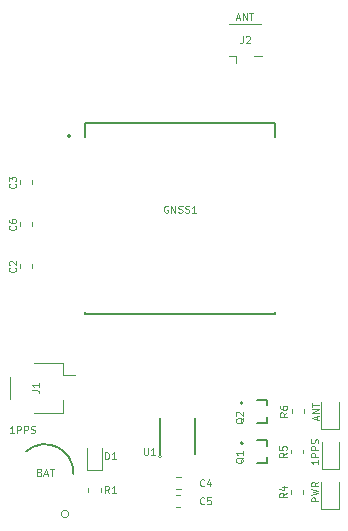
<source format=gto>
G04 #@! TF.GenerationSoftware,KiCad,Pcbnew,(5.1.6)-1*
G04 #@! TF.CreationDate,2021-01-10T11:39:08+11:00*
G04 #@! TF.ProjectId,mPCIe-GNSS,6d504349-652d-4474-9e53-532e6b696361,1*
G04 #@! TF.SameCoordinates,Original*
G04 #@! TF.FileFunction,Legend,Top*
G04 #@! TF.FilePolarity,Positive*
%FSLAX46Y46*%
G04 Gerber Fmt 4.6, Leading zero omitted, Abs format (unit mm)*
G04 Created by KiCad (PCBNEW (5.1.6)-1) date 2021-01-10 11:39:08*
%MOMM*%
%LPD*%
G01*
G04 APERTURE LIST*
%ADD10C,0.200000*%
%ADD11C,0.127000*%
%ADD12C,0.120000*%
%ADD13C,0.100000*%
G04 APERTURE END LIST*
D10*
X122462000Y-87877000D02*
G75*
G03*
X122462000Y-87877000I-100000J0D01*
G01*
D11*
X123687000Y-102952000D02*
X123687000Y-102777000D01*
X139837000Y-102952000D02*
X139837000Y-102777000D01*
X139837000Y-86802000D02*
X139837000Y-87977000D01*
X123687000Y-86802000D02*
X123687000Y-87977000D01*
X139837000Y-102952000D02*
X123687000Y-102952000D01*
X123687000Y-86802000D02*
X139837000Y-86802000D01*
X139114000Y-114110000D02*
X139114000Y-113610000D01*
X139114000Y-113610000D02*
X138254000Y-113610000D01*
X139114000Y-115100000D02*
X139114000Y-115600000D01*
X139114000Y-115600000D02*
X138254000Y-115600000D01*
D10*
X137084000Y-113905000D02*
G75*
G03*
X137084000Y-113905000I-100000J0D01*
G01*
D11*
X139114000Y-110706000D02*
X139114000Y-110206000D01*
X139114000Y-110206000D02*
X138254000Y-110206000D01*
X139114000Y-111696000D02*
X139114000Y-112196000D01*
X139114000Y-112196000D02*
X138254000Y-112196000D01*
D10*
X137084000Y-110501000D02*
G75*
G03*
X137084000Y-110501000I-100000J0D01*
G01*
D12*
X135887000Y-81116000D02*
X136527000Y-81116000D01*
X138687000Y-81116000D02*
X138047000Y-81116000D01*
X136527000Y-81116000D02*
X136527000Y-81746000D01*
X135937000Y-78396000D02*
X138637000Y-78396000D01*
X119363000Y-107110000D02*
X121863000Y-107110000D01*
X121863000Y-107110000D02*
X121863000Y-108160000D01*
X121863000Y-108160000D02*
X122853000Y-108160000D01*
X119363000Y-111330000D02*
X121863000Y-111330000D01*
X121863000Y-111330000D02*
X121863000Y-110280000D01*
X117393000Y-108280000D02*
X117393000Y-110160000D01*
X143740000Y-110401000D02*
X143740000Y-112686000D01*
X143740000Y-112686000D02*
X145210000Y-112686000D01*
X145210000Y-112686000D02*
X145210000Y-110401000D01*
X143753000Y-113805000D02*
X143753000Y-116090000D01*
X143753000Y-116090000D02*
X145223000Y-116090000D01*
X145223000Y-116090000D02*
X145223000Y-113805000D01*
X143740000Y-117208000D02*
X143740000Y-119493000D01*
X143740000Y-119493000D02*
X145210000Y-119493000D01*
X145210000Y-119493000D02*
X145210000Y-117208000D01*
X141222000Y-111363779D02*
X141222000Y-111038221D01*
X142242000Y-111363779D02*
X142242000Y-111038221D01*
X141171000Y-114767779D02*
X141171000Y-114442221D01*
X142191000Y-114767779D02*
X142191000Y-114442221D01*
X141171000Y-118170779D02*
X141171000Y-117845221D01*
X142191000Y-118170779D02*
X142191000Y-117845221D01*
X124014000Y-117693221D02*
X124014000Y-118018779D01*
X125034000Y-117693221D02*
X125034000Y-118018779D01*
D11*
X133072000Y-114784000D02*
X133072000Y-111784000D01*
X130072000Y-114784000D02*
X130072000Y-111784000D01*
D13*
X130172000Y-115034000D02*
G75*
G03*
X130172000Y-115034000I-100000J0D01*
G01*
D12*
X123924000Y-116148000D02*
X125124000Y-116148000D01*
X123924000Y-114298000D02*
X123924000Y-116148000D01*
X125124000Y-114298000D02*
X125124000Y-116148000D01*
X119255000Y-95548267D02*
X119255000Y-95205733D01*
X118235000Y-95548267D02*
X118235000Y-95205733D01*
X131793267Y-118298000D02*
X131450733Y-118298000D01*
X131793267Y-119318000D02*
X131450733Y-119318000D01*
X131464733Y-117794000D02*
X131807267Y-117794000D01*
X131464733Y-116774000D02*
X131807267Y-116774000D01*
X119255000Y-91992267D02*
X119255000Y-91649733D01*
X118235000Y-91992267D02*
X118235000Y-91649733D01*
X119255000Y-99104267D02*
X119255000Y-98761733D01*
X118235000Y-99104267D02*
X118235000Y-98761733D01*
D13*
X122348225Y-119896000D02*
G75*
G03*
X122348225Y-119896000I-316225J0D01*
G01*
D10*
X122732000Y-116495999D02*
G75*
G03*
X118732000Y-114596000I-2403065J101441D01*
G01*
D13*
X130747714Y-93807000D02*
X130690571Y-93778428D01*
X130604857Y-93778428D01*
X130519142Y-93807000D01*
X130462000Y-93864142D01*
X130433428Y-93921285D01*
X130404857Y-94035571D01*
X130404857Y-94121285D01*
X130433428Y-94235571D01*
X130462000Y-94292714D01*
X130519142Y-94349857D01*
X130604857Y-94378428D01*
X130662000Y-94378428D01*
X130747714Y-94349857D01*
X130776285Y-94321285D01*
X130776285Y-94121285D01*
X130662000Y-94121285D01*
X131033428Y-94378428D02*
X131033428Y-93778428D01*
X131376285Y-94378428D01*
X131376285Y-93778428D01*
X131633428Y-94349857D02*
X131719142Y-94378428D01*
X131862000Y-94378428D01*
X131919142Y-94349857D01*
X131947714Y-94321285D01*
X131976285Y-94264142D01*
X131976285Y-94207000D01*
X131947714Y-94149857D01*
X131919142Y-94121285D01*
X131862000Y-94092714D01*
X131747714Y-94064142D01*
X131690571Y-94035571D01*
X131662000Y-94007000D01*
X131633428Y-93949857D01*
X131633428Y-93892714D01*
X131662000Y-93835571D01*
X131690571Y-93807000D01*
X131747714Y-93778428D01*
X131890571Y-93778428D01*
X131976285Y-93807000D01*
X132204857Y-94349857D02*
X132290571Y-94378428D01*
X132433428Y-94378428D01*
X132490571Y-94349857D01*
X132519142Y-94321285D01*
X132547714Y-94264142D01*
X132547714Y-94207000D01*
X132519142Y-94149857D01*
X132490571Y-94121285D01*
X132433428Y-94092714D01*
X132319142Y-94064142D01*
X132262000Y-94035571D01*
X132233428Y-94007000D01*
X132204857Y-93949857D01*
X132204857Y-93892714D01*
X132233428Y-93835571D01*
X132262000Y-93807000D01*
X132319142Y-93778428D01*
X132462000Y-93778428D01*
X132547714Y-93807000D01*
X133119142Y-94378428D02*
X132776285Y-94378428D01*
X132947714Y-94378428D02*
X132947714Y-93778428D01*
X132890571Y-93864142D01*
X132833428Y-93921285D01*
X132776285Y-93949857D01*
X137132971Y-115119342D02*
X137104400Y-115176485D01*
X137047257Y-115233628D01*
X136961542Y-115319342D01*
X136932971Y-115376485D01*
X136932971Y-115433628D01*
X137075828Y-115405057D02*
X137047257Y-115462200D01*
X136990114Y-115519342D01*
X136875828Y-115547914D01*
X136675828Y-115547914D01*
X136561542Y-115519342D01*
X136504400Y-115462200D01*
X136475828Y-115405057D01*
X136475828Y-115290771D01*
X136504400Y-115233628D01*
X136561542Y-115176485D01*
X136675828Y-115147914D01*
X136875828Y-115147914D01*
X136990114Y-115176485D01*
X137047257Y-115233628D01*
X137075828Y-115290771D01*
X137075828Y-115405057D01*
X137075828Y-114576485D02*
X137075828Y-114919342D01*
X137075828Y-114747914D02*
X136475828Y-114747914D01*
X136561542Y-114805057D01*
X136618685Y-114862200D01*
X136647257Y-114919342D01*
X137132971Y-111766142D02*
X137104400Y-111823285D01*
X137047257Y-111880428D01*
X136961542Y-111966142D01*
X136932971Y-112023285D01*
X136932971Y-112080428D01*
X137075828Y-112051857D02*
X137047257Y-112109000D01*
X136990114Y-112166142D01*
X136875828Y-112194714D01*
X136675828Y-112194714D01*
X136561542Y-112166142D01*
X136504400Y-112109000D01*
X136475828Y-112051857D01*
X136475828Y-111937571D01*
X136504400Y-111880428D01*
X136561542Y-111823285D01*
X136675828Y-111794714D01*
X136875828Y-111794714D01*
X136990114Y-111823285D01*
X137047257Y-111880428D01*
X137075828Y-111937571D01*
X137075828Y-112051857D01*
X136532971Y-111566142D02*
X136504400Y-111537571D01*
X136475828Y-111480428D01*
X136475828Y-111337571D01*
X136504400Y-111280428D01*
X136532971Y-111251857D01*
X136590114Y-111223285D01*
X136647257Y-111223285D01*
X136732971Y-111251857D01*
X137075828Y-111594714D01*
X137075828Y-111223285D01*
X137087000Y-79427428D02*
X137087000Y-79856000D01*
X137058428Y-79941714D01*
X137001285Y-79998857D01*
X136915571Y-80027428D01*
X136858428Y-80027428D01*
X137344142Y-79484571D02*
X137372714Y-79456000D01*
X137429857Y-79427428D01*
X137572714Y-79427428D01*
X137629857Y-79456000D01*
X137658428Y-79484571D01*
X137687000Y-79541714D01*
X137687000Y-79598857D01*
X137658428Y-79684571D01*
X137315571Y-80027428D01*
X137687000Y-80027428D01*
X136537785Y-77888500D02*
X136823500Y-77888500D01*
X136480642Y-78059928D02*
X136680642Y-77459928D01*
X136880642Y-78059928D01*
X137080642Y-78059928D02*
X137080642Y-77459928D01*
X137423500Y-78059928D01*
X137423500Y-77459928D01*
X137623500Y-77459928D02*
X137966357Y-77459928D01*
X137794928Y-78059928D02*
X137794928Y-77459928D01*
X119249428Y-109420000D02*
X119678000Y-109420000D01*
X119763714Y-109448571D01*
X119820857Y-109505714D01*
X119849428Y-109591428D01*
X119849428Y-109648571D01*
X119849428Y-108820000D02*
X119849428Y-109162857D01*
X119849428Y-108991428D02*
X119249428Y-108991428D01*
X119335142Y-109048571D01*
X119392285Y-109105714D01*
X119420857Y-109162857D01*
X117712714Y-113047428D02*
X117369857Y-113047428D01*
X117541285Y-113047428D02*
X117541285Y-112447428D01*
X117484142Y-112533142D01*
X117427000Y-112590285D01*
X117369857Y-112618857D01*
X117969857Y-113047428D02*
X117969857Y-112447428D01*
X118198428Y-112447428D01*
X118255571Y-112476000D01*
X118284142Y-112504571D01*
X118312714Y-112561714D01*
X118312714Y-112647428D01*
X118284142Y-112704571D01*
X118255571Y-112733142D01*
X118198428Y-112761714D01*
X117969857Y-112761714D01*
X118569857Y-113047428D02*
X118569857Y-112447428D01*
X118798428Y-112447428D01*
X118855571Y-112476000D01*
X118884142Y-112504571D01*
X118912714Y-112561714D01*
X118912714Y-112647428D01*
X118884142Y-112704571D01*
X118855571Y-112733142D01*
X118798428Y-112761714D01*
X118569857Y-112761714D01*
X119141285Y-113018857D02*
X119227000Y-113047428D01*
X119369857Y-113047428D01*
X119427000Y-113018857D01*
X119455571Y-112990285D01*
X119484142Y-112933142D01*
X119484142Y-112876000D01*
X119455571Y-112818857D01*
X119427000Y-112790285D01*
X119369857Y-112761714D01*
X119255571Y-112733142D01*
X119198428Y-112704571D01*
X119169857Y-112676000D01*
X119141285Y-112618857D01*
X119141285Y-112561714D01*
X119169857Y-112504571D01*
X119198428Y-112476000D01*
X119255571Y-112447428D01*
X119398428Y-112447428D01*
X119484142Y-112476000D01*
X143343100Y-111899414D02*
X143343100Y-111613700D01*
X143514528Y-111956557D02*
X142914528Y-111756557D01*
X143514528Y-111556557D01*
X143514528Y-111356557D02*
X142914528Y-111356557D01*
X143514528Y-111013700D01*
X142914528Y-111013700D01*
X142914528Y-110813700D02*
X142914528Y-110470842D01*
X143514528Y-110642271D02*
X142914528Y-110642271D01*
X143464028Y-115331985D02*
X143464028Y-115674842D01*
X143464028Y-115503414D02*
X142864028Y-115503414D01*
X142949742Y-115560557D01*
X143006885Y-115617700D01*
X143035457Y-115674842D01*
X143464028Y-115074842D02*
X142864028Y-115074842D01*
X142864028Y-114846271D01*
X142892600Y-114789128D01*
X142921171Y-114760557D01*
X142978314Y-114731985D01*
X143064028Y-114731985D01*
X143121171Y-114760557D01*
X143149742Y-114789128D01*
X143178314Y-114846271D01*
X143178314Y-115074842D01*
X143464028Y-114474842D02*
X142864028Y-114474842D01*
X142864028Y-114246271D01*
X142892600Y-114189128D01*
X142921171Y-114160557D01*
X142978314Y-114131985D01*
X143064028Y-114131985D01*
X143121171Y-114160557D01*
X143149742Y-114189128D01*
X143178314Y-114246271D01*
X143178314Y-114474842D01*
X143435457Y-113903414D02*
X143464028Y-113817700D01*
X143464028Y-113674842D01*
X143435457Y-113617700D01*
X143406885Y-113589128D01*
X143349742Y-113560557D01*
X143292600Y-113560557D01*
X143235457Y-113589128D01*
X143206885Y-113617700D01*
X143178314Y-113674842D01*
X143149742Y-113789128D01*
X143121171Y-113846271D01*
X143092600Y-113874842D01*
X143035457Y-113903414D01*
X142978314Y-113903414D01*
X142921171Y-113874842D01*
X142892600Y-113846271D01*
X142864028Y-113789128D01*
X142864028Y-113646271D01*
X142892600Y-113560557D01*
X143476428Y-118820700D02*
X142876428Y-118820700D01*
X142876428Y-118592128D01*
X142905000Y-118534985D01*
X142933571Y-118506414D01*
X142990714Y-118477842D01*
X143076428Y-118477842D01*
X143133571Y-118506414D01*
X143162142Y-118534985D01*
X143190714Y-118592128D01*
X143190714Y-118820700D01*
X142876428Y-118277842D02*
X143476428Y-118134985D01*
X143047857Y-118020700D01*
X143476428Y-117906414D01*
X142876428Y-117763557D01*
X143476428Y-117192128D02*
X143190714Y-117392128D01*
X143476428Y-117534985D02*
X142876428Y-117534985D01*
X142876428Y-117306414D01*
X142905000Y-117249271D01*
X142933571Y-117220700D01*
X142990714Y-117192128D01*
X143076428Y-117192128D01*
X143133571Y-117220700D01*
X143162142Y-117249271D01*
X143190714Y-117306414D01*
X143190714Y-117534985D01*
X140835028Y-111301000D02*
X140549314Y-111501000D01*
X140835028Y-111643857D02*
X140235028Y-111643857D01*
X140235028Y-111415285D01*
X140263600Y-111358142D01*
X140292171Y-111329571D01*
X140349314Y-111301000D01*
X140435028Y-111301000D01*
X140492171Y-111329571D01*
X140520742Y-111358142D01*
X140549314Y-111415285D01*
X140549314Y-111643857D01*
X140235028Y-110786714D02*
X140235028Y-110901000D01*
X140263600Y-110958142D01*
X140292171Y-110986714D01*
X140377885Y-111043857D01*
X140492171Y-111072428D01*
X140720742Y-111072428D01*
X140777885Y-111043857D01*
X140806457Y-111015285D01*
X140835028Y-110958142D01*
X140835028Y-110843857D01*
X140806457Y-110786714D01*
X140777885Y-110758142D01*
X140720742Y-110729571D01*
X140577885Y-110729571D01*
X140520742Y-110758142D01*
X140492171Y-110786714D01*
X140463600Y-110843857D01*
X140463600Y-110958142D01*
X140492171Y-111015285D01*
X140520742Y-111043857D01*
X140577885Y-111072428D01*
X140784028Y-114705000D02*
X140498314Y-114905000D01*
X140784028Y-115047857D02*
X140184028Y-115047857D01*
X140184028Y-114819285D01*
X140212600Y-114762142D01*
X140241171Y-114733571D01*
X140298314Y-114705000D01*
X140384028Y-114705000D01*
X140441171Y-114733571D01*
X140469742Y-114762142D01*
X140498314Y-114819285D01*
X140498314Y-115047857D01*
X140184028Y-114162142D02*
X140184028Y-114447857D01*
X140469742Y-114476428D01*
X140441171Y-114447857D01*
X140412600Y-114390714D01*
X140412600Y-114247857D01*
X140441171Y-114190714D01*
X140469742Y-114162142D01*
X140526885Y-114133571D01*
X140669742Y-114133571D01*
X140726885Y-114162142D01*
X140755457Y-114190714D01*
X140784028Y-114247857D01*
X140784028Y-114390714D01*
X140755457Y-114447857D01*
X140726885Y-114476428D01*
X140784028Y-118108000D02*
X140498314Y-118308000D01*
X140784028Y-118450857D02*
X140184028Y-118450857D01*
X140184028Y-118222285D01*
X140212600Y-118165142D01*
X140241171Y-118136571D01*
X140298314Y-118108000D01*
X140384028Y-118108000D01*
X140441171Y-118136571D01*
X140469742Y-118165142D01*
X140498314Y-118222285D01*
X140498314Y-118450857D01*
X140384028Y-117593714D02*
X140784028Y-117593714D01*
X140155457Y-117736571D02*
X140584028Y-117879428D01*
X140584028Y-117508000D01*
X125757500Y-118127428D02*
X125557500Y-117841714D01*
X125414642Y-118127428D02*
X125414642Y-117527428D01*
X125643214Y-117527428D01*
X125700357Y-117556000D01*
X125728928Y-117584571D01*
X125757500Y-117641714D01*
X125757500Y-117727428D01*
X125728928Y-117784571D01*
X125700357Y-117813142D01*
X125643214Y-117841714D01*
X125414642Y-117841714D01*
X126328928Y-118127428D02*
X125986071Y-118127428D01*
X126157500Y-118127428D02*
X126157500Y-117527428D01*
X126100357Y-117613142D01*
X126043214Y-117670285D01*
X125986071Y-117698857D01*
X128701857Y-114288928D02*
X128701857Y-114774642D01*
X128730428Y-114831785D01*
X128759000Y-114860357D01*
X128816142Y-114888928D01*
X128930428Y-114888928D01*
X128987571Y-114860357D01*
X129016142Y-114831785D01*
X129044714Y-114774642D01*
X129044714Y-114288928D01*
X129644714Y-114888928D02*
X129301857Y-114888928D01*
X129473285Y-114888928D02*
X129473285Y-114288928D01*
X129416142Y-114374642D01*
X129359000Y-114431785D01*
X129301857Y-114460357D01*
X125414642Y-115269428D02*
X125414642Y-114669428D01*
X125557500Y-114669428D01*
X125643214Y-114698000D01*
X125700357Y-114755142D01*
X125728928Y-114812285D01*
X125757500Y-114926571D01*
X125757500Y-115012285D01*
X125728928Y-115126571D01*
X125700357Y-115183714D01*
X125643214Y-115240857D01*
X125557500Y-115269428D01*
X125414642Y-115269428D01*
X126328928Y-115269428D02*
X125986071Y-115269428D01*
X126157500Y-115269428D02*
X126157500Y-114669428D01*
X126100357Y-114755142D01*
X126043214Y-114812285D01*
X125986071Y-114840857D01*
X117816285Y-95477000D02*
X117844857Y-95505571D01*
X117873428Y-95591285D01*
X117873428Y-95648428D01*
X117844857Y-95734142D01*
X117787714Y-95791285D01*
X117730571Y-95819857D01*
X117616285Y-95848428D01*
X117530571Y-95848428D01*
X117416285Y-95819857D01*
X117359142Y-95791285D01*
X117302000Y-95734142D01*
X117273428Y-95648428D01*
X117273428Y-95591285D01*
X117302000Y-95505571D01*
X117330571Y-95477000D01*
X117273428Y-94962714D02*
X117273428Y-95077000D01*
X117302000Y-95134142D01*
X117330571Y-95162714D01*
X117416285Y-95219857D01*
X117530571Y-95248428D01*
X117759142Y-95248428D01*
X117816285Y-95219857D01*
X117844857Y-95191285D01*
X117873428Y-95134142D01*
X117873428Y-95019857D01*
X117844857Y-94962714D01*
X117816285Y-94934142D01*
X117759142Y-94905571D01*
X117616285Y-94905571D01*
X117559142Y-94934142D01*
X117530571Y-94962714D01*
X117502000Y-95019857D01*
X117502000Y-95134142D01*
X117530571Y-95191285D01*
X117559142Y-95219857D01*
X117616285Y-95248428D01*
X133822000Y-119022285D02*
X133793428Y-119050857D01*
X133707714Y-119079428D01*
X133650571Y-119079428D01*
X133564857Y-119050857D01*
X133507714Y-118993714D01*
X133479142Y-118936571D01*
X133450571Y-118822285D01*
X133450571Y-118736571D01*
X133479142Y-118622285D01*
X133507714Y-118565142D01*
X133564857Y-118508000D01*
X133650571Y-118479428D01*
X133707714Y-118479428D01*
X133793428Y-118508000D01*
X133822000Y-118536571D01*
X134364857Y-118479428D02*
X134079142Y-118479428D01*
X134050571Y-118765142D01*
X134079142Y-118736571D01*
X134136285Y-118708000D01*
X134279142Y-118708000D01*
X134336285Y-118736571D01*
X134364857Y-118765142D01*
X134393428Y-118822285D01*
X134393428Y-118965142D01*
X134364857Y-119022285D01*
X134336285Y-119050857D01*
X134279142Y-119079428D01*
X134136285Y-119079428D01*
X134079142Y-119050857D01*
X134050571Y-119022285D01*
X133822000Y-117498285D02*
X133793428Y-117526857D01*
X133707714Y-117555428D01*
X133650571Y-117555428D01*
X133564857Y-117526857D01*
X133507714Y-117469714D01*
X133479142Y-117412571D01*
X133450571Y-117298285D01*
X133450571Y-117212571D01*
X133479142Y-117098285D01*
X133507714Y-117041142D01*
X133564857Y-116984000D01*
X133650571Y-116955428D01*
X133707714Y-116955428D01*
X133793428Y-116984000D01*
X133822000Y-117012571D01*
X134336285Y-117155428D02*
X134336285Y-117555428D01*
X134193428Y-116926857D02*
X134050571Y-117355428D01*
X134422000Y-117355428D01*
X117816285Y-91921000D02*
X117844857Y-91949571D01*
X117873428Y-92035285D01*
X117873428Y-92092428D01*
X117844857Y-92178142D01*
X117787714Y-92235285D01*
X117730571Y-92263857D01*
X117616285Y-92292428D01*
X117530571Y-92292428D01*
X117416285Y-92263857D01*
X117359142Y-92235285D01*
X117302000Y-92178142D01*
X117273428Y-92092428D01*
X117273428Y-92035285D01*
X117302000Y-91949571D01*
X117330571Y-91921000D01*
X117273428Y-91721000D02*
X117273428Y-91349571D01*
X117502000Y-91549571D01*
X117502000Y-91463857D01*
X117530571Y-91406714D01*
X117559142Y-91378142D01*
X117616285Y-91349571D01*
X117759142Y-91349571D01*
X117816285Y-91378142D01*
X117844857Y-91406714D01*
X117873428Y-91463857D01*
X117873428Y-91635285D01*
X117844857Y-91692428D01*
X117816285Y-91721000D01*
X117816285Y-99033000D02*
X117844857Y-99061571D01*
X117873428Y-99147285D01*
X117873428Y-99204428D01*
X117844857Y-99290142D01*
X117787714Y-99347285D01*
X117730571Y-99375857D01*
X117616285Y-99404428D01*
X117530571Y-99404428D01*
X117416285Y-99375857D01*
X117359142Y-99347285D01*
X117302000Y-99290142D01*
X117273428Y-99204428D01*
X117273428Y-99147285D01*
X117302000Y-99061571D01*
X117330571Y-99033000D01*
X117330571Y-98804428D02*
X117302000Y-98775857D01*
X117273428Y-98718714D01*
X117273428Y-98575857D01*
X117302000Y-98518714D01*
X117330571Y-98490142D01*
X117387714Y-98461571D01*
X117444857Y-98461571D01*
X117530571Y-98490142D01*
X117873428Y-98833000D01*
X117873428Y-98461571D01*
X119889142Y-116353142D02*
X119974857Y-116381714D01*
X120003428Y-116410285D01*
X120032000Y-116467428D01*
X120032000Y-116553142D01*
X120003428Y-116610285D01*
X119974857Y-116638857D01*
X119917714Y-116667428D01*
X119689142Y-116667428D01*
X119689142Y-116067428D01*
X119889142Y-116067428D01*
X119946285Y-116096000D01*
X119974857Y-116124571D01*
X120003428Y-116181714D01*
X120003428Y-116238857D01*
X119974857Y-116296000D01*
X119946285Y-116324571D01*
X119889142Y-116353142D01*
X119689142Y-116353142D01*
X120260571Y-116496000D02*
X120546285Y-116496000D01*
X120203428Y-116667428D02*
X120403428Y-116067428D01*
X120603428Y-116667428D01*
X120717714Y-116067428D02*
X121060571Y-116067428D01*
X120889142Y-116667428D02*
X120889142Y-116067428D01*
M02*

</source>
